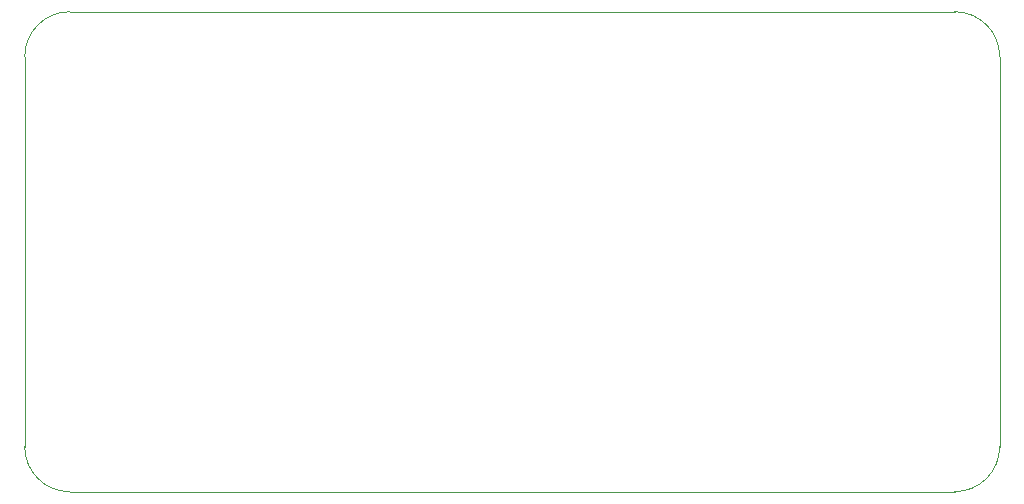
<source format=gm1>
%TF.GenerationSoftware,KiCad,Pcbnew,(5.1.8)-1*%
%TF.CreationDate,2021-03-14T19:56:03+01:00*%
%TF.ProjectId,Amiga Mouse Switch,416d6967-6120-44d6-9f75-736520537769,rev?*%
%TF.SameCoordinates,Original*%
%TF.FileFunction,Profile,NP*%
%FSLAX46Y46*%
G04 Gerber Fmt 4.6, Leading zero omitted, Abs format (unit mm)*
G04 Created by KiCad (PCBNEW (5.1.8)-1) date 2021-03-14 19:56:03*
%MOMM*%
%LPD*%
G01*
G04 APERTURE LIST*
%TA.AperFunction,Profile*%
%ADD10C,0.050000*%
%TD*%
G04 APERTURE END LIST*
D10*
X180975000Y-108585000D02*
G75*
G02*
X177165000Y-112395000I-3810000J0D01*
G01*
X177165000Y-71755000D02*
G75*
G02*
X180975000Y-75565000I0J-3810000D01*
G01*
X98425000Y-75565000D02*
G75*
G02*
X102235000Y-71755000I3810000J0D01*
G01*
X102235000Y-112395000D02*
G75*
G02*
X98425000Y-108585000I0J3810000D01*
G01*
X177165000Y-112395000D02*
X102235000Y-112395000D01*
X180975000Y-75565000D02*
X180975000Y-108585000D01*
X102235000Y-71755000D02*
X177165000Y-71755000D01*
X98425000Y-108585000D02*
X98425000Y-75565000D01*
M02*

</source>
